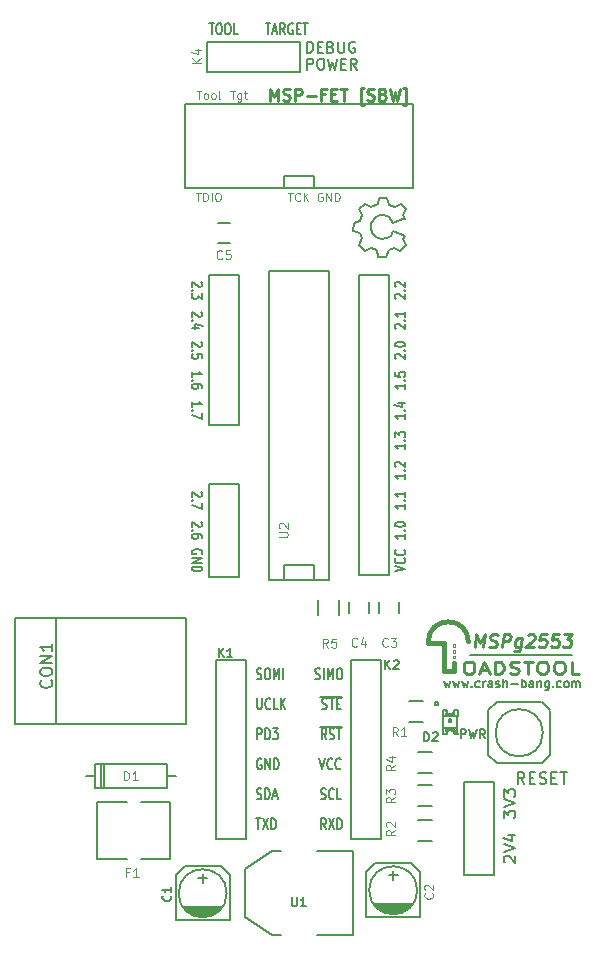
<source format=gto>
G04 #@! TF.FileFunction,Legend,Top*
%FSLAX46Y46*%
G04 Gerber Fmt 4.6, Leading zero omitted, Abs format (unit mm)*
G04 Created by KiCad (PCBNEW (2015-04-22 BZR 5620)-product) date 26/04/2015 14:37:40*
%MOMM*%
G01*
G04 APERTURE LIST*
%ADD10C,0.100000*%
%ADD11C,0.175000*%
%ADD12C,0.125000*%
%ADD13C,0.225000*%
%ADD14C,0.200000*%
%ADD15C,0.127000*%
%ADD16C,0.250000*%
%ADD17C,0.400000*%
%ADD18C,0.150000*%
%ADD19C,0.190500*%
%ADD20C,0.125600*%
%ADD21C,0.203200*%
G04 APERTURE END LIST*
D10*
D11*
X209002286Y-50997643D02*
X209002286Y-50097643D01*
X209216571Y-50097643D01*
X209345143Y-50140500D01*
X209430857Y-50226214D01*
X209473714Y-50311929D01*
X209516571Y-50483357D01*
X209516571Y-50611929D01*
X209473714Y-50783357D01*
X209430857Y-50869071D01*
X209345143Y-50954786D01*
X209216571Y-50997643D01*
X209002286Y-50997643D01*
X209902286Y-50526214D02*
X210202286Y-50526214D01*
X210330857Y-50997643D02*
X209902286Y-50997643D01*
X209902286Y-50097643D01*
X210330857Y-50097643D01*
X211016572Y-50526214D02*
X211145143Y-50569071D01*
X211188000Y-50611929D01*
X211230857Y-50697643D01*
X211230857Y-50826214D01*
X211188000Y-50911929D01*
X211145143Y-50954786D01*
X211059429Y-50997643D01*
X210716572Y-50997643D01*
X210716572Y-50097643D01*
X211016572Y-50097643D01*
X211102286Y-50140500D01*
X211145143Y-50183357D01*
X211188000Y-50269071D01*
X211188000Y-50354786D01*
X211145143Y-50440500D01*
X211102286Y-50483357D01*
X211016572Y-50526214D01*
X210716572Y-50526214D01*
X211616572Y-50097643D02*
X211616572Y-50826214D01*
X211659429Y-50911929D01*
X211702286Y-50954786D01*
X211788000Y-50997643D01*
X211959429Y-50997643D01*
X212045143Y-50954786D01*
X212088000Y-50911929D01*
X212130857Y-50826214D01*
X212130857Y-50097643D01*
X213030857Y-50140500D02*
X212945143Y-50097643D01*
X212816572Y-50097643D01*
X212688000Y-50140500D01*
X212602286Y-50226214D01*
X212559429Y-50311929D01*
X212516572Y-50483357D01*
X212516572Y-50611929D01*
X212559429Y-50783357D01*
X212602286Y-50869071D01*
X212688000Y-50954786D01*
X212816572Y-50997643D01*
X212902286Y-50997643D01*
X213030857Y-50954786D01*
X213073714Y-50911929D01*
X213073714Y-50611929D01*
X212902286Y-50611929D01*
X209002286Y-52432643D02*
X209002286Y-51532643D01*
X209345143Y-51532643D01*
X209430857Y-51575500D01*
X209473714Y-51618357D01*
X209516571Y-51704071D01*
X209516571Y-51832643D01*
X209473714Y-51918357D01*
X209430857Y-51961214D01*
X209345143Y-52004071D01*
X209002286Y-52004071D01*
X210073714Y-51532643D02*
X210245143Y-51532643D01*
X210330857Y-51575500D01*
X210416571Y-51661214D01*
X210459429Y-51832643D01*
X210459429Y-52132643D01*
X210416571Y-52304071D01*
X210330857Y-52389786D01*
X210245143Y-52432643D01*
X210073714Y-52432643D01*
X209988000Y-52389786D01*
X209902286Y-52304071D01*
X209859429Y-52132643D01*
X209859429Y-51832643D01*
X209902286Y-51661214D01*
X209988000Y-51575500D01*
X210073714Y-51532643D01*
X210759428Y-51532643D02*
X210973714Y-52432643D01*
X211145143Y-51789786D01*
X211316571Y-52432643D01*
X211530857Y-51532643D01*
X211873714Y-51961214D02*
X212173714Y-51961214D01*
X212302285Y-52432643D02*
X211873714Y-52432643D01*
X211873714Y-51532643D01*
X212302285Y-51532643D01*
X213202285Y-52432643D02*
X212902285Y-52004071D01*
X212688000Y-52432643D02*
X212688000Y-51532643D01*
X213030857Y-51532643D01*
X213116571Y-51575500D01*
X213159428Y-51618357D01*
X213202285Y-51704071D01*
X213202285Y-51832643D01*
X213159428Y-51918357D01*
X213116571Y-51961214D01*
X213030857Y-52004071D01*
X212688000Y-52004071D01*
X200713334Y-48529143D02*
X201113334Y-48529143D01*
X200913334Y-49429143D02*
X200913334Y-48529143D01*
X201480000Y-48529143D02*
X201613333Y-48529143D01*
X201680000Y-48572000D01*
X201746667Y-48657714D01*
X201780000Y-48829143D01*
X201780000Y-49129143D01*
X201746667Y-49300571D01*
X201680000Y-49386286D01*
X201613333Y-49429143D01*
X201480000Y-49429143D01*
X201413333Y-49386286D01*
X201346667Y-49300571D01*
X201313333Y-49129143D01*
X201313333Y-48829143D01*
X201346667Y-48657714D01*
X201413333Y-48572000D01*
X201480000Y-48529143D01*
X202213333Y-48529143D02*
X202346666Y-48529143D01*
X202413333Y-48572000D01*
X202480000Y-48657714D01*
X202513333Y-48829143D01*
X202513333Y-49129143D01*
X202480000Y-49300571D01*
X202413333Y-49386286D01*
X202346666Y-49429143D01*
X202213333Y-49429143D01*
X202146666Y-49386286D01*
X202080000Y-49300571D01*
X202046666Y-49129143D01*
X202046666Y-48829143D01*
X202080000Y-48657714D01*
X202146666Y-48572000D01*
X202213333Y-48529143D01*
X203146666Y-49429143D02*
X202813333Y-49429143D01*
X202813333Y-48529143D01*
X205480668Y-48529143D02*
X205880668Y-48529143D01*
X205680668Y-49429143D02*
X205680668Y-48529143D01*
X206080667Y-49172000D02*
X206414001Y-49172000D01*
X206014001Y-49429143D02*
X206247334Y-48529143D01*
X206480667Y-49429143D01*
X207114001Y-49429143D02*
X206880667Y-49000571D01*
X206714001Y-49429143D02*
X206714001Y-48529143D01*
X206980667Y-48529143D01*
X207047334Y-48572000D01*
X207080667Y-48614857D01*
X207114001Y-48700571D01*
X207114001Y-48829143D01*
X207080667Y-48914857D01*
X207047334Y-48957714D01*
X206980667Y-49000571D01*
X206714001Y-49000571D01*
X207780667Y-48572000D02*
X207714001Y-48529143D01*
X207614001Y-48529143D01*
X207514001Y-48572000D01*
X207447334Y-48657714D01*
X207414001Y-48743429D01*
X207380667Y-48914857D01*
X207380667Y-49043429D01*
X207414001Y-49214857D01*
X207447334Y-49300571D01*
X207514001Y-49386286D01*
X207614001Y-49429143D01*
X207680667Y-49429143D01*
X207780667Y-49386286D01*
X207814001Y-49343429D01*
X207814001Y-49043429D01*
X207680667Y-49043429D01*
X208114001Y-48957714D02*
X208347334Y-48957714D01*
X208447334Y-49429143D02*
X208114001Y-49429143D01*
X208114001Y-48529143D01*
X208447334Y-48529143D01*
X208647334Y-48529143D02*
X209047334Y-48529143D01*
X208847334Y-49429143D02*
X208847334Y-48529143D01*
D12*
X202483334Y-54226667D02*
X202883334Y-54226667D01*
X202683334Y-54926667D02*
X202683334Y-54226667D01*
X203416667Y-54460000D02*
X203416667Y-55026667D01*
X203383333Y-55093333D01*
X203350000Y-55126667D01*
X203283333Y-55160000D01*
X203183333Y-55160000D01*
X203116667Y-55126667D01*
X203416667Y-54893333D02*
X203350000Y-54926667D01*
X203216667Y-54926667D01*
X203150000Y-54893333D01*
X203116667Y-54860000D01*
X203083333Y-54793333D01*
X203083333Y-54593333D01*
X203116667Y-54526667D01*
X203150000Y-54493333D01*
X203216667Y-54460000D01*
X203350000Y-54460000D01*
X203416667Y-54493333D01*
X203650000Y-54460000D02*
X203916666Y-54460000D01*
X203750000Y-54226667D02*
X203750000Y-54826667D01*
X203783333Y-54893333D01*
X203850000Y-54926667D01*
X203916666Y-54926667D01*
X210286667Y-62896000D02*
X210220001Y-62862667D01*
X210120001Y-62862667D01*
X210020001Y-62896000D01*
X209953334Y-62962667D01*
X209920001Y-63029333D01*
X209886667Y-63162667D01*
X209886667Y-63262667D01*
X209920001Y-63396000D01*
X209953334Y-63462667D01*
X210020001Y-63529333D01*
X210120001Y-63562667D01*
X210186667Y-63562667D01*
X210286667Y-63529333D01*
X210320001Y-63496000D01*
X210320001Y-63262667D01*
X210186667Y-63262667D01*
X210620001Y-63562667D02*
X210620001Y-62862667D01*
X211020001Y-63562667D01*
X211020001Y-62862667D01*
X211353334Y-63562667D02*
X211353334Y-62862667D01*
X211520000Y-62862667D01*
X211620000Y-62896000D01*
X211686667Y-62962667D01*
X211720000Y-63029333D01*
X211753334Y-63162667D01*
X211753334Y-63262667D01*
X211720000Y-63396000D01*
X211686667Y-63462667D01*
X211620000Y-63529333D01*
X211520000Y-63562667D01*
X211353334Y-63562667D01*
X207380001Y-62862667D02*
X207780001Y-62862667D01*
X207580001Y-63562667D02*
X207580001Y-62862667D01*
X208413334Y-63496000D02*
X208380000Y-63529333D01*
X208280000Y-63562667D01*
X208213334Y-63562667D01*
X208113334Y-63529333D01*
X208046667Y-63462667D01*
X208013334Y-63396000D01*
X207980000Y-63262667D01*
X207980000Y-63162667D01*
X208013334Y-63029333D01*
X208046667Y-62962667D01*
X208113334Y-62896000D01*
X208213334Y-62862667D01*
X208280000Y-62862667D01*
X208380000Y-62896000D01*
X208413334Y-62929333D01*
X208713334Y-63562667D02*
X208713334Y-62862667D01*
X209113334Y-63562667D02*
X208813334Y-63162667D01*
X209113334Y-62862667D02*
X208713334Y-63262667D01*
X199576668Y-62862667D02*
X199976668Y-62862667D01*
X199776668Y-63562667D02*
X199776668Y-62862667D01*
X200210001Y-63562667D02*
X200210001Y-62862667D01*
X200376667Y-62862667D01*
X200476667Y-62896000D01*
X200543334Y-62962667D01*
X200576667Y-63029333D01*
X200610001Y-63162667D01*
X200610001Y-63262667D01*
X200576667Y-63396000D01*
X200543334Y-63462667D01*
X200476667Y-63529333D01*
X200376667Y-63562667D01*
X200210001Y-63562667D01*
X200910001Y-63562667D02*
X200910001Y-62862667D01*
X201376667Y-62862667D02*
X201510000Y-62862667D01*
X201576667Y-62896000D01*
X201643334Y-62962667D01*
X201676667Y-63096000D01*
X201676667Y-63329333D01*
X201643334Y-63462667D01*
X201576667Y-63529333D01*
X201510000Y-63562667D01*
X201376667Y-63562667D01*
X201310000Y-63529333D01*
X201243334Y-63462667D01*
X201210000Y-63329333D01*
X201210000Y-63096000D01*
X201243334Y-62962667D01*
X201310000Y-62896000D01*
X201376667Y-62862667D01*
X199643334Y-54226667D02*
X200043334Y-54226667D01*
X199843334Y-54926667D02*
X199843334Y-54226667D01*
X200376667Y-54926667D02*
X200310000Y-54893333D01*
X200276667Y-54860000D01*
X200243333Y-54793333D01*
X200243333Y-54593333D01*
X200276667Y-54526667D01*
X200310000Y-54493333D01*
X200376667Y-54460000D01*
X200476667Y-54460000D01*
X200543333Y-54493333D01*
X200576667Y-54526667D01*
X200610000Y-54593333D01*
X200610000Y-54793333D01*
X200576667Y-54860000D01*
X200543333Y-54893333D01*
X200476667Y-54926667D01*
X200376667Y-54926667D01*
X201010000Y-54926667D02*
X200943333Y-54893333D01*
X200910000Y-54860000D01*
X200876666Y-54793333D01*
X200876666Y-54593333D01*
X200910000Y-54526667D01*
X200943333Y-54493333D01*
X201010000Y-54460000D01*
X201110000Y-54460000D01*
X201176666Y-54493333D01*
X201210000Y-54526667D01*
X201243333Y-54593333D01*
X201243333Y-54793333D01*
X201210000Y-54860000D01*
X201176666Y-54893333D01*
X201110000Y-54926667D01*
X201010000Y-54926667D01*
X201643333Y-54926667D02*
X201576666Y-54893333D01*
X201543333Y-54826667D01*
X201543333Y-54226667D01*
D13*
X205868475Y-55062381D02*
X205868475Y-54062381D01*
X206201809Y-54776667D01*
X206535142Y-54062381D01*
X206535142Y-55062381D01*
X206963713Y-55014762D02*
X207106570Y-55062381D01*
X207344666Y-55062381D01*
X207439904Y-55014762D01*
X207487523Y-54967143D01*
X207535142Y-54871905D01*
X207535142Y-54776667D01*
X207487523Y-54681429D01*
X207439904Y-54633810D01*
X207344666Y-54586190D01*
X207154189Y-54538571D01*
X207058951Y-54490952D01*
X207011332Y-54443333D01*
X206963713Y-54348095D01*
X206963713Y-54252857D01*
X207011332Y-54157619D01*
X207058951Y-54110000D01*
X207154189Y-54062381D01*
X207392285Y-54062381D01*
X207535142Y-54110000D01*
X207963713Y-55062381D02*
X207963713Y-54062381D01*
X208344666Y-54062381D01*
X208439904Y-54110000D01*
X208487523Y-54157619D01*
X208535142Y-54252857D01*
X208535142Y-54395714D01*
X208487523Y-54490952D01*
X208439904Y-54538571D01*
X208344666Y-54586190D01*
X207963713Y-54586190D01*
X208963713Y-54681429D02*
X209725618Y-54681429D01*
X210535142Y-54538571D02*
X210201808Y-54538571D01*
X210201808Y-55062381D02*
X210201808Y-54062381D01*
X210677999Y-54062381D01*
X211058951Y-54538571D02*
X211392285Y-54538571D01*
X211535142Y-55062381D02*
X211058951Y-55062381D01*
X211058951Y-54062381D01*
X211535142Y-54062381D01*
X211820856Y-54062381D02*
X212392285Y-54062381D01*
X212106570Y-55062381D02*
X212106570Y-54062381D01*
X213773238Y-55395714D02*
X213535142Y-55395714D01*
X213535142Y-53967143D01*
X213773238Y-53967143D01*
X214106571Y-55014762D02*
X214249428Y-55062381D01*
X214487524Y-55062381D01*
X214582762Y-55014762D01*
X214630381Y-54967143D01*
X214678000Y-54871905D01*
X214678000Y-54776667D01*
X214630381Y-54681429D01*
X214582762Y-54633810D01*
X214487524Y-54586190D01*
X214297047Y-54538571D01*
X214201809Y-54490952D01*
X214154190Y-54443333D01*
X214106571Y-54348095D01*
X214106571Y-54252857D01*
X214154190Y-54157619D01*
X214201809Y-54110000D01*
X214297047Y-54062381D01*
X214535143Y-54062381D01*
X214678000Y-54110000D01*
X215439905Y-54538571D02*
X215582762Y-54586190D01*
X215630381Y-54633810D01*
X215678000Y-54729048D01*
X215678000Y-54871905D01*
X215630381Y-54967143D01*
X215582762Y-55014762D01*
X215487524Y-55062381D01*
X215106571Y-55062381D01*
X215106571Y-54062381D01*
X215439905Y-54062381D01*
X215535143Y-54110000D01*
X215582762Y-54157619D01*
X215630381Y-54252857D01*
X215630381Y-54348095D01*
X215582762Y-54443333D01*
X215535143Y-54490952D01*
X215439905Y-54538571D01*
X215106571Y-54538571D01*
X216011333Y-54062381D02*
X216249428Y-55062381D01*
X216439905Y-54348095D01*
X216630381Y-55062381D01*
X216868476Y-54062381D01*
X217154190Y-55395714D02*
X217392285Y-55395714D01*
X217392285Y-53967143D01*
X217154190Y-53967143D01*
D11*
X216508857Y-71820000D02*
X216466000Y-71786666D01*
X216423143Y-71720000D01*
X216423143Y-71553333D01*
X216466000Y-71486666D01*
X216508857Y-71453333D01*
X216594571Y-71420000D01*
X216680286Y-71420000D01*
X216808857Y-71453333D01*
X217323143Y-71853333D01*
X217323143Y-71420000D01*
X217237429Y-71119999D02*
X217280286Y-71086666D01*
X217323143Y-71119999D01*
X217280286Y-71153333D01*
X217237429Y-71119999D01*
X217323143Y-71119999D01*
X216508857Y-70820000D02*
X216466000Y-70786666D01*
X216423143Y-70720000D01*
X216423143Y-70553333D01*
X216466000Y-70486666D01*
X216508857Y-70453333D01*
X216594571Y-70420000D01*
X216680286Y-70420000D01*
X216808857Y-70453333D01*
X217323143Y-70853333D01*
X217323143Y-70420000D01*
X216508857Y-74360000D02*
X216466000Y-74326666D01*
X216423143Y-74260000D01*
X216423143Y-74093333D01*
X216466000Y-74026666D01*
X216508857Y-73993333D01*
X216594571Y-73960000D01*
X216680286Y-73960000D01*
X216808857Y-73993333D01*
X217323143Y-74393333D01*
X217323143Y-73960000D01*
X217237429Y-73659999D02*
X217280286Y-73626666D01*
X217323143Y-73659999D01*
X217280286Y-73693333D01*
X217237429Y-73659999D01*
X217323143Y-73659999D01*
X217323143Y-72960000D02*
X217323143Y-73360000D01*
X217323143Y-73160000D02*
X216423143Y-73160000D01*
X216551714Y-73226666D01*
X216637429Y-73293333D01*
X216680286Y-73360000D01*
X216423143Y-94913333D02*
X217323143Y-94680000D01*
X216423143Y-94446667D01*
X217237429Y-93813333D02*
X217280286Y-93846667D01*
X217323143Y-93946667D01*
X217323143Y-94013333D01*
X217280286Y-94113333D01*
X217194571Y-94180000D01*
X217108857Y-94213333D01*
X216937429Y-94246667D01*
X216808857Y-94246667D01*
X216637429Y-94213333D01*
X216551714Y-94180000D01*
X216466000Y-94113333D01*
X216423143Y-94013333D01*
X216423143Y-93946667D01*
X216466000Y-93846667D01*
X216508857Y-93813333D01*
X217237429Y-93113333D02*
X217280286Y-93146667D01*
X217323143Y-93246667D01*
X217323143Y-93313333D01*
X217280286Y-93413333D01*
X217194571Y-93480000D01*
X217108857Y-93513333D01*
X216937429Y-93546667D01*
X216808857Y-93546667D01*
X216637429Y-93513333D01*
X216551714Y-93480000D01*
X216466000Y-93413333D01*
X216423143Y-93313333D01*
X216423143Y-93246667D01*
X216466000Y-93146667D01*
X216508857Y-93113333D01*
X204730333Y-103996286D02*
X204830333Y-104039143D01*
X204997000Y-104039143D01*
X205063667Y-103996286D01*
X205097000Y-103953429D01*
X205130333Y-103867714D01*
X205130333Y-103782000D01*
X205097000Y-103696286D01*
X205063667Y-103653429D01*
X204997000Y-103610571D01*
X204863667Y-103567714D01*
X204797000Y-103524857D01*
X204763667Y-103482000D01*
X204730333Y-103396286D01*
X204730333Y-103310571D01*
X204763667Y-103224857D01*
X204797000Y-103182000D01*
X204863667Y-103139143D01*
X205030333Y-103139143D01*
X205130333Y-103182000D01*
X205563667Y-103139143D02*
X205697000Y-103139143D01*
X205763667Y-103182000D01*
X205830334Y-103267714D01*
X205863667Y-103439143D01*
X205863667Y-103739143D01*
X205830334Y-103910571D01*
X205763667Y-103996286D01*
X205697000Y-104039143D01*
X205563667Y-104039143D01*
X205497000Y-103996286D01*
X205430334Y-103910571D01*
X205397000Y-103739143D01*
X205397000Y-103439143D01*
X205430334Y-103267714D01*
X205497000Y-103182000D01*
X205563667Y-103139143D01*
X206163667Y-104039143D02*
X206163667Y-103139143D01*
X206397000Y-103782000D01*
X206630333Y-103139143D01*
X206630333Y-104039143D01*
X206963667Y-104039143D02*
X206963667Y-103139143D01*
X204763667Y-105679143D02*
X204763667Y-106407714D01*
X204797000Y-106493429D01*
X204830333Y-106536286D01*
X204897000Y-106579143D01*
X205030333Y-106579143D01*
X205097000Y-106536286D01*
X205130333Y-106493429D01*
X205163667Y-106407714D01*
X205163667Y-105679143D01*
X205897000Y-106493429D02*
X205863666Y-106536286D01*
X205763666Y-106579143D01*
X205697000Y-106579143D01*
X205597000Y-106536286D01*
X205530333Y-106450571D01*
X205497000Y-106364857D01*
X205463666Y-106193429D01*
X205463666Y-106064857D01*
X205497000Y-105893429D01*
X205530333Y-105807714D01*
X205597000Y-105722000D01*
X205697000Y-105679143D01*
X205763666Y-105679143D01*
X205863666Y-105722000D01*
X205897000Y-105764857D01*
X206530333Y-106579143D02*
X206197000Y-106579143D01*
X206197000Y-105679143D01*
X206763667Y-106579143D02*
X206763667Y-105679143D01*
X207163667Y-106579143D02*
X206863667Y-106064857D01*
X207163667Y-105679143D02*
X206763667Y-106193429D01*
X204763667Y-109119143D02*
X204763667Y-108219143D01*
X205030333Y-108219143D01*
X205097000Y-108262000D01*
X205130333Y-108304857D01*
X205163667Y-108390571D01*
X205163667Y-108519143D01*
X205130333Y-108604857D01*
X205097000Y-108647714D01*
X205030333Y-108690571D01*
X204763667Y-108690571D01*
X205463667Y-109119143D02*
X205463667Y-108219143D01*
X205630333Y-108219143D01*
X205730333Y-108262000D01*
X205797000Y-108347714D01*
X205830333Y-108433429D01*
X205863667Y-108604857D01*
X205863667Y-108733429D01*
X205830333Y-108904857D01*
X205797000Y-108990571D01*
X205730333Y-109076286D01*
X205630333Y-109119143D01*
X205463667Y-109119143D01*
X206097000Y-108219143D02*
X206530333Y-108219143D01*
X206297000Y-108562000D01*
X206397000Y-108562000D01*
X206463667Y-108604857D01*
X206497000Y-108647714D01*
X206530333Y-108733429D01*
X206530333Y-108947714D01*
X206497000Y-109033429D01*
X206463667Y-109076286D01*
X206397000Y-109119143D01*
X206197000Y-109119143D01*
X206130333Y-109076286D01*
X206097000Y-109033429D01*
X204730333Y-114156286D02*
X204830333Y-114199143D01*
X204997000Y-114199143D01*
X205063667Y-114156286D01*
X205097000Y-114113429D01*
X205130333Y-114027714D01*
X205130333Y-113942000D01*
X205097000Y-113856286D01*
X205063667Y-113813429D01*
X204997000Y-113770571D01*
X204863667Y-113727714D01*
X204797000Y-113684857D01*
X204763667Y-113642000D01*
X204730333Y-113556286D01*
X204730333Y-113470571D01*
X204763667Y-113384857D01*
X204797000Y-113342000D01*
X204863667Y-113299143D01*
X205030333Y-113299143D01*
X205130333Y-113342000D01*
X205430334Y-114199143D02*
X205430334Y-113299143D01*
X205597000Y-113299143D01*
X205697000Y-113342000D01*
X205763667Y-113427714D01*
X205797000Y-113513429D01*
X205830334Y-113684857D01*
X205830334Y-113813429D01*
X205797000Y-113984857D01*
X205763667Y-114070571D01*
X205697000Y-114156286D01*
X205597000Y-114199143D01*
X205430334Y-114199143D01*
X206097000Y-113942000D02*
X206430334Y-113942000D01*
X206030334Y-114199143D02*
X206263667Y-113299143D01*
X206497000Y-114199143D01*
X204663667Y-115839143D02*
X205063667Y-115839143D01*
X204863667Y-116739143D02*
X204863667Y-115839143D01*
X205230333Y-115839143D02*
X205697000Y-116739143D01*
X205697000Y-115839143D02*
X205230333Y-116739143D01*
X205963667Y-116739143D02*
X205963667Y-115839143D01*
X206130333Y-115839143D01*
X206230333Y-115882000D01*
X206297000Y-115967714D01*
X206330333Y-116053429D01*
X206363667Y-116224857D01*
X206363667Y-116353429D01*
X206330333Y-116524857D01*
X206297000Y-116610571D01*
X206230333Y-116696286D01*
X206130333Y-116739143D01*
X205963667Y-116739143D01*
X210590000Y-116739143D02*
X210356666Y-116310571D01*
X210190000Y-116739143D02*
X210190000Y-115839143D01*
X210456666Y-115839143D01*
X210523333Y-115882000D01*
X210556666Y-115924857D01*
X210590000Y-116010571D01*
X210590000Y-116139143D01*
X210556666Y-116224857D01*
X210523333Y-116267714D01*
X210456666Y-116310571D01*
X210190000Y-116310571D01*
X210823333Y-115839143D02*
X211290000Y-116739143D01*
X211290000Y-115839143D02*
X210823333Y-116739143D01*
X211556667Y-116739143D02*
X211556667Y-115839143D01*
X211723333Y-115839143D01*
X211823333Y-115882000D01*
X211890000Y-115967714D01*
X211923333Y-116053429D01*
X211956667Y-116224857D01*
X211956667Y-116353429D01*
X211923333Y-116524857D01*
X211890000Y-116610571D01*
X211823333Y-116696286D01*
X211723333Y-116739143D01*
X211556667Y-116739143D01*
X210162999Y-114156286D02*
X210262999Y-114199143D01*
X210429666Y-114199143D01*
X210496333Y-114156286D01*
X210529666Y-114113429D01*
X210562999Y-114027714D01*
X210562999Y-113942000D01*
X210529666Y-113856286D01*
X210496333Y-113813429D01*
X210429666Y-113770571D01*
X210296333Y-113727714D01*
X210229666Y-113684857D01*
X210196333Y-113642000D01*
X210162999Y-113556286D01*
X210162999Y-113470571D01*
X210196333Y-113384857D01*
X210229666Y-113342000D01*
X210296333Y-113299143D01*
X210462999Y-113299143D01*
X210562999Y-113342000D01*
X211263000Y-114113429D02*
X211229666Y-114156286D01*
X211129666Y-114199143D01*
X211063000Y-114199143D01*
X210963000Y-114156286D01*
X210896333Y-114070571D01*
X210863000Y-113984857D01*
X210829666Y-113813429D01*
X210829666Y-113684857D01*
X210863000Y-113513429D01*
X210896333Y-113427714D01*
X210963000Y-113342000D01*
X211063000Y-113299143D01*
X211129666Y-113299143D01*
X211229666Y-113342000D01*
X211263000Y-113384857D01*
X211896333Y-114199143D02*
X211563000Y-114199143D01*
X211563000Y-113299143D01*
X209690000Y-103996286D02*
X209790000Y-104039143D01*
X209956667Y-104039143D01*
X210023334Y-103996286D01*
X210056667Y-103953429D01*
X210090000Y-103867714D01*
X210090000Y-103782000D01*
X210056667Y-103696286D01*
X210023334Y-103653429D01*
X209956667Y-103610571D01*
X209823334Y-103567714D01*
X209756667Y-103524857D01*
X209723334Y-103482000D01*
X209690000Y-103396286D01*
X209690000Y-103310571D01*
X209723334Y-103224857D01*
X209756667Y-103182000D01*
X209823334Y-103139143D01*
X209990000Y-103139143D01*
X210090000Y-103182000D01*
X210390001Y-104039143D02*
X210390001Y-103139143D01*
X210723334Y-104039143D02*
X210723334Y-103139143D01*
X210956667Y-103782000D01*
X211190000Y-103139143D01*
X211190000Y-104039143D01*
X211656667Y-103139143D02*
X211790000Y-103139143D01*
X211856667Y-103182000D01*
X211923334Y-103267714D01*
X211956667Y-103439143D01*
X211956667Y-103739143D01*
X211923334Y-103910571D01*
X211856667Y-103996286D01*
X211790000Y-104039143D01*
X211656667Y-104039143D01*
X211590000Y-103996286D01*
X211523334Y-103910571D01*
X211490000Y-103739143D01*
X211490000Y-103439143D01*
X211523334Y-103267714D01*
X211590000Y-103182000D01*
X211656667Y-103139143D01*
X210263000Y-106536286D02*
X210363000Y-106579143D01*
X210529667Y-106579143D01*
X210596334Y-106536286D01*
X210629667Y-106493429D01*
X210663000Y-106407714D01*
X210663000Y-106322000D01*
X210629667Y-106236286D01*
X210596334Y-106193429D01*
X210529667Y-106150571D01*
X210396334Y-106107714D01*
X210329667Y-106064857D01*
X210296334Y-106022000D01*
X210263000Y-105936286D01*
X210263000Y-105850571D01*
X210296334Y-105764857D01*
X210329667Y-105722000D01*
X210396334Y-105679143D01*
X210563000Y-105679143D01*
X210663000Y-105722000D01*
X210863001Y-105679143D02*
X211263001Y-105679143D01*
X211063001Y-106579143D02*
X211063001Y-105679143D01*
X211496334Y-106107714D02*
X211729667Y-106107714D01*
X211829667Y-106579143D02*
X211496334Y-106579143D01*
X211496334Y-105679143D01*
X211829667Y-105679143D01*
X210129667Y-105524000D02*
X211963000Y-105524000D01*
X210629667Y-109119143D02*
X210396333Y-108690571D01*
X210229667Y-109119143D02*
X210229667Y-108219143D01*
X210496333Y-108219143D01*
X210563000Y-108262000D01*
X210596333Y-108304857D01*
X210629667Y-108390571D01*
X210629667Y-108519143D01*
X210596333Y-108604857D01*
X210563000Y-108647714D01*
X210496333Y-108690571D01*
X210229667Y-108690571D01*
X210896333Y-109076286D02*
X210996333Y-109119143D01*
X211163000Y-109119143D01*
X211229667Y-109076286D01*
X211263000Y-109033429D01*
X211296333Y-108947714D01*
X211296333Y-108862000D01*
X211263000Y-108776286D01*
X211229667Y-108733429D01*
X211163000Y-108690571D01*
X211029667Y-108647714D01*
X210963000Y-108604857D01*
X210929667Y-108562000D01*
X210896333Y-108476286D01*
X210896333Y-108390571D01*
X210929667Y-108304857D01*
X210963000Y-108262000D01*
X211029667Y-108219143D01*
X211196333Y-108219143D01*
X211296333Y-108262000D01*
X211496334Y-108219143D02*
X211896334Y-108219143D01*
X211696334Y-109119143D02*
X211696334Y-108219143D01*
X210063000Y-108064000D02*
X211963000Y-108064000D01*
X210029667Y-110759143D02*
X210263000Y-111659143D01*
X210496333Y-110759143D01*
X211129667Y-111573429D02*
X211096333Y-111616286D01*
X210996333Y-111659143D01*
X210929667Y-111659143D01*
X210829667Y-111616286D01*
X210763000Y-111530571D01*
X210729667Y-111444857D01*
X210696333Y-111273429D01*
X210696333Y-111144857D01*
X210729667Y-110973429D01*
X210763000Y-110887714D01*
X210829667Y-110802000D01*
X210929667Y-110759143D01*
X210996333Y-110759143D01*
X211096333Y-110802000D01*
X211129667Y-110844857D01*
X211829667Y-111573429D02*
X211796333Y-111616286D01*
X211696333Y-111659143D01*
X211629667Y-111659143D01*
X211529667Y-111616286D01*
X211463000Y-111530571D01*
X211429667Y-111444857D01*
X211396333Y-111273429D01*
X211396333Y-111144857D01*
X211429667Y-110973429D01*
X211463000Y-110887714D01*
X211529667Y-110802000D01*
X211629667Y-110759143D01*
X211696333Y-110759143D01*
X211796333Y-110802000D01*
X211829667Y-110844857D01*
X205130333Y-110802000D02*
X205063667Y-110759143D01*
X204963667Y-110759143D01*
X204863667Y-110802000D01*
X204797000Y-110887714D01*
X204763667Y-110973429D01*
X204730333Y-111144857D01*
X204730333Y-111273429D01*
X204763667Y-111444857D01*
X204797000Y-111530571D01*
X204863667Y-111616286D01*
X204963667Y-111659143D01*
X205030333Y-111659143D01*
X205130333Y-111616286D01*
X205163667Y-111573429D01*
X205163667Y-111273429D01*
X205030333Y-111273429D01*
X205463667Y-111659143D02*
X205463667Y-110759143D01*
X205863667Y-111659143D01*
X205863667Y-110759143D01*
X206197000Y-111659143D02*
X206197000Y-110759143D01*
X206363666Y-110759143D01*
X206463666Y-110802000D01*
X206530333Y-110887714D01*
X206563666Y-110973429D01*
X206597000Y-111144857D01*
X206597000Y-111273429D01*
X206563666Y-111444857D01*
X206530333Y-111530571D01*
X206463666Y-111616286D01*
X206363666Y-111659143D01*
X206197000Y-111659143D01*
D14*
X222758000Y-101981000D02*
X231394000Y-101981000D01*
D11*
X200094000Y-93446667D02*
X200136857Y-93380001D01*
X200136857Y-93280001D01*
X200094000Y-93180001D01*
X200008286Y-93113334D01*
X199922571Y-93080001D01*
X199751143Y-93046667D01*
X199622571Y-93046667D01*
X199451143Y-93080001D01*
X199365429Y-93113334D01*
X199279714Y-93180001D01*
X199236857Y-93280001D01*
X199236857Y-93346667D01*
X199279714Y-93446667D01*
X199322571Y-93480001D01*
X199622571Y-93480001D01*
X199622571Y-93346667D01*
X199236857Y-93780001D02*
X200136857Y-93780001D01*
X199236857Y-94180001D01*
X200136857Y-94180001D01*
X199236857Y-94513334D02*
X200136857Y-94513334D01*
X200136857Y-94680000D01*
X200094000Y-94780000D01*
X200008286Y-94846667D01*
X199922571Y-94880000D01*
X199751143Y-94913334D01*
X199622571Y-94913334D01*
X199451143Y-94880000D01*
X199365429Y-94846667D01*
X199279714Y-94780000D01*
X199236857Y-94680000D01*
X199236857Y-94513334D01*
X200051143Y-90740000D02*
X200094000Y-90773334D01*
X200136857Y-90840000D01*
X200136857Y-91006667D01*
X200094000Y-91073334D01*
X200051143Y-91106667D01*
X199965429Y-91140000D01*
X199879714Y-91140000D01*
X199751143Y-91106667D01*
X199236857Y-90706667D01*
X199236857Y-91140000D01*
X199322571Y-91440001D02*
X199279714Y-91473334D01*
X199236857Y-91440001D01*
X199279714Y-91406667D01*
X199322571Y-91440001D01*
X199236857Y-91440001D01*
X200136857Y-92073334D02*
X200136857Y-91940000D01*
X200094000Y-91873334D01*
X200051143Y-91840000D01*
X199922571Y-91773334D01*
X199751143Y-91740000D01*
X199408286Y-91740000D01*
X199322571Y-91773334D01*
X199279714Y-91806667D01*
X199236857Y-91873334D01*
X199236857Y-92006667D01*
X199279714Y-92073334D01*
X199322571Y-92106667D01*
X199408286Y-92140000D01*
X199622571Y-92140000D01*
X199708286Y-92106667D01*
X199751143Y-92073334D01*
X199794000Y-92006667D01*
X199794000Y-91873334D01*
X199751143Y-91806667D01*
X199708286Y-91773334D01*
X199622571Y-91740000D01*
X200051143Y-88200000D02*
X200094000Y-88233334D01*
X200136857Y-88300000D01*
X200136857Y-88466667D01*
X200094000Y-88533334D01*
X200051143Y-88566667D01*
X199965429Y-88600000D01*
X199879714Y-88600000D01*
X199751143Y-88566667D01*
X199236857Y-88166667D01*
X199236857Y-88600000D01*
X199322571Y-88900001D02*
X199279714Y-88933334D01*
X199236857Y-88900001D01*
X199279714Y-88866667D01*
X199322571Y-88900001D01*
X199236857Y-88900001D01*
X200136857Y-89166667D02*
X200136857Y-89633334D01*
X199236857Y-89333334D01*
X200051143Y-72960000D02*
X200094000Y-72993334D01*
X200136857Y-73060000D01*
X200136857Y-73226667D01*
X200094000Y-73293334D01*
X200051143Y-73326667D01*
X199965429Y-73360000D01*
X199879714Y-73360000D01*
X199751143Y-73326667D01*
X199236857Y-72926667D01*
X199236857Y-73360000D01*
X199322571Y-73660001D02*
X199279714Y-73693334D01*
X199236857Y-73660001D01*
X199279714Y-73626667D01*
X199322571Y-73660001D01*
X199236857Y-73660001D01*
X199836857Y-74293334D02*
X199236857Y-74293334D01*
X200179714Y-74126667D02*
X199536857Y-73960000D01*
X199536857Y-74393334D01*
X200051143Y-70420000D02*
X200094000Y-70453334D01*
X200136857Y-70520000D01*
X200136857Y-70686667D01*
X200094000Y-70753334D01*
X200051143Y-70786667D01*
X199965429Y-70820000D01*
X199879714Y-70820000D01*
X199751143Y-70786667D01*
X199236857Y-70386667D01*
X199236857Y-70820000D01*
X199322571Y-71120001D02*
X199279714Y-71153334D01*
X199236857Y-71120001D01*
X199279714Y-71086667D01*
X199322571Y-71120001D01*
X199236857Y-71120001D01*
X200136857Y-71386667D02*
X200136857Y-71820000D01*
X199794000Y-71586667D01*
X199794000Y-71686667D01*
X199751143Y-71753334D01*
X199708286Y-71786667D01*
X199622571Y-71820000D01*
X199408286Y-71820000D01*
X199322571Y-71786667D01*
X199279714Y-71753334D01*
X199236857Y-71686667D01*
X199236857Y-71486667D01*
X199279714Y-71420000D01*
X199322571Y-71386667D01*
X199236857Y-80980000D02*
X199236857Y-80580000D01*
X199236857Y-80780000D02*
X200136857Y-80780000D01*
X200008286Y-80713334D01*
X199922571Y-80646667D01*
X199879714Y-80580000D01*
X199322571Y-81280001D02*
X199279714Y-81313334D01*
X199236857Y-81280001D01*
X199279714Y-81246667D01*
X199322571Y-81280001D01*
X199236857Y-81280001D01*
X200136857Y-81546667D02*
X200136857Y-82013334D01*
X199236857Y-81713334D01*
X199236857Y-78440000D02*
X199236857Y-78040000D01*
X199236857Y-78240000D02*
X200136857Y-78240000D01*
X200008286Y-78173334D01*
X199922571Y-78106667D01*
X199879714Y-78040000D01*
X199322571Y-78740001D02*
X199279714Y-78773334D01*
X199236857Y-78740001D01*
X199279714Y-78706667D01*
X199322571Y-78740001D01*
X199236857Y-78740001D01*
X200136857Y-79373334D02*
X200136857Y-79240000D01*
X200094000Y-79173334D01*
X200051143Y-79140000D01*
X199922571Y-79073334D01*
X199751143Y-79040000D01*
X199408286Y-79040000D01*
X199322571Y-79073334D01*
X199279714Y-79106667D01*
X199236857Y-79173334D01*
X199236857Y-79306667D01*
X199279714Y-79373334D01*
X199322571Y-79406667D01*
X199408286Y-79440000D01*
X199622571Y-79440000D01*
X199708286Y-79406667D01*
X199751143Y-79373334D01*
X199794000Y-79306667D01*
X199794000Y-79173334D01*
X199751143Y-79106667D01*
X199708286Y-79073334D01*
X199622571Y-79040000D01*
X200051143Y-75500000D02*
X200094000Y-75533334D01*
X200136857Y-75600000D01*
X200136857Y-75766667D01*
X200094000Y-75833334D01*
X200051143Y-75866667D01*
X199965429Y-75900000D01*
X199879714Y-75900000D01*
X199751143Y-75866667D01*
X199236857Y-75466667D01*
X199236857Y-75900000D01*
X199322571Y-76200001D02*
X199279714Y-76233334D01*
X199236857Y-76200001D01*
X199279714Y-76166667D01*
X199322571Y-76200001D01*
X199236857Y-76200001D01*
X200136857Y-76866667D02*
X200136857Y-76533334D01*
X199708286Y-76500000D01*
X199751143Y-76533334D01*
X199794000Y-76600000D01*
X199794000Y-76766667D01*
X199751143Y-76833334D01*
X199708286Y-76866667D01*
X199622571Y-76900000D01*
X199408286Y-76900000D01*
X199322571Y-76866667D01*
X199279714Y-76833334D01*
X199236857Y-76766667D01*
X199236857Y-76600000D01*
X199279714Y-76533334D01*
X199322571Y-76500000D01*
X216508857Y-76900000D02*
X216466000Y-76866666D01*
X216423143Y-76800000D01*
X216423143Y-76633333D01*
X216466000Y-76566666D01*
X216508857Y-76533333D01*
X216594571Y-76500000D01*
X216680286Y-76500000D01*
X216808857Y-76533333D01*
X217323143Y-76933333D01*
X217323143Y-76500000D01*
X217237429Y-76199999D02*
X217280286Y-76166666D01*
X217323143Y-76199999D01*
X217280286Y-76233333D01*
X217237429Y-76199999D01*
X217323143Y-76199999D01*
X216423143Y-75733333D02*
X216423143Y-75666666D01*
X216466000Y-75600000D01*
X216508857Y-75566666D01*
X216594571Y-75533333D01*
X216766000Y-75500000D01*
X216980286Y-75500000D01*
X217151714Y-75533333D01*
X217237429Y-75566666D01*
X217280286Y-75600000D01*
X217323143Y-75666666D01*
X217323143Y-75733333D01*
X217280286Y-75800000D01*
X217237429Y-75833333D01*
X217151714Y-75866666D01*
X216980286Y-75900000D01*
X216766000Y-75900000D01*
X216594571Y-75866666D01*
X216508857Y-75833333D01*
X216466000Y-75800000D01*
X216423143Y-75733333D01*
X217323143Y-79040000D02*
X217323143Y-79440000D01*
X217323143Y-79240000D02*
X216423143Y-79240000D01*
X216551714Y-79306666D01*
X216637429Y-79373333D01*
X216680286Y-79440000D01*
X217237429Y-78739999D02*
X217280286Y-78706666D01*
X217323143Y-78739999D01*
X217280286Y-78773333D01*
X217237429Y-78739999D01*
X217323143Y-78739999D01*
X216423143Y-78073333D02*
X216423143Y-78406666D01*
X216851714Y-78440000D01*
X216808857Y-78406666D01*
X216766000Y-78340000D01*
X216766000Y-78173333D01*
X216808857Y-78106666D01*
X216851714Y-78073333D01*
X216937429Y-78040000D01*
X217151714Y-78040000D01*
X217237429Y-78073333D01*
X217280286Y-78106666D01*
X217323143Y-78173333D01*
X217323143Y-78340000D01*
X217280286Y-78406666D01*
X217237429Y-78440000D01*
X217323143Y-81580000D02*
X217323143Y-81980000D01*
X217323143Y-81780000D02*
X216423143Y-81780000D01*
X216551714Y-81846666D01*
X216637429Y-81913333D01*
X216680286Y-81980000D01*
X217237429Y-81279999D02*
X217280286Y-81246666D01*
X217323143Y-81279999D01*
X217280286Y-81313333D01*
X217237429Y-81279999D01*
X217323143Y-81279999D01*
X216723143Y-80646666D02*
X217323143Y-80646666D01*
X216380286Y-80813333D02*
X217023143Y-80980000D01*
X217023143Y-80546666D01*
X217323143Y-84120000D02*
X217323143Y-84520000D01*
X217323143Y-84320000D02*
X216423143Y-84320000D01*
X216551714Y-84386666D01*
X216637429Y-84453333D01*
X216680286Y-84520000D01*
X217237429Y-83819999D02*
X217280286Y-83786666D01*
X217323143Y-83819999D01*
X217280286Y-83853333D01*
X217237429Y-83819999D01*
X217323143Y-83819999D01*
X216423143Y-83553333D02*
X216423143Y-83120000D01*
X216766000Y-83353333D01*
X216766000Y-83253333D01*
X216808857Y-83186666D01*
X216851714Y-83153333D01*
X216937429Y-83120000D01*
X217151714Y-83120000D01*
X217237429Y-83153333D01*
X217280286Y-83186666D01*
X217323143Y-83253333D01*
X217323143Y-83453333D01*
X217280286Y-83520000D01*
X217237429Y-83553333D01*
X217323143Y-86660000D02*
X217323143Y-87060000D01*
X217323143Y-86860000D02*
X216423143Y-86860000D01*
X216551714Y-86926666D01*
X216637429Y-86993333D01*
X216680286Y-87060000D01*
X217237429Y-86359999D02*
X217280286Y-86326666D01*
X217323143Y-86359999D01*
X217280286Y-86393333D01*
X217237429Y-86359999D01*
X217323143Y-86359999D01*
X216508857Y-86060000D02*
X216466000Y-86026666D01*
X216423143Y-85960000D01*
X216423143Y-85793333D01*
X216466000Y-85726666D01*
X216508857Y-85693333D01*
X216594571Y-85660000D01*
X216680286Y-85660000D01*
X216808857Y-85693333D01*
X217323143Y-86093333D01*
X217323143Y-85660000D01*
X217323143Y-89200000D02*
X217323143Y-89600000D01*
X217323143Y-89400000D02*
X216423143Y-89400000D01*
X216551714Y-89466666D01*
X216637429Y-89533333D01*
X216680286Y-89600000D01*
X217237429Y-88899999D02*
X217280286Y-88866666D01*
X217323143Y-88899999D01*
X217280286Y-88933333D01*
X217237429Y-88899999D01*
X217323143Y-88899999D01*
X217323143Y-88200000D02*
X217323143Y-88600000D01*
X217323143Y-88400000D02*
X216423143Y-88400000D01*
X216551714Y-88466666D01*
X216637429Y-88533333D01*
X216680286Y-88600000D01*
X217323143Y-91740000D02*
X217323143Y-92140000D01*
X217323143Y-91940000D02*
X216423143Y-91940000D01*
X216551714Y-92006666D01*
X216637429Y-92073333D01*
X216680286Y-92140000D01*
X217237429Y-91439999D02*
X217280286Y-91406666D01*
X217323143Y-91439999D01*
X217280286Y-91473333D01*
X217237429Y-91439999D01*
X217323143Y-91439999D01*
X216423143Y-90973333D02*
X216423143Y-90906666D01*
X216466000Y-90840000D01*
X216508857Y-90806666D01*
X216594571Y-90773333D01*
X216766000Y-90740000D01*
X216980286Y-90740000D01*
X217151714Y-90773333D01*
X217237429Y-90806666D01*
X217280286Y-90840000D01*
X217323143Y-90906666D01*
X217323143Y-90973333D01*
X217280286Y-91040000D01*
X217237429Y-91073333D01*
X217151714Y-91106666D01*
X216980286Y-91140000D01*
X216766000Y-91140000D01*
X216594571Y-91106666D01*
X216508857Y-91073333D01*
X216466000Y-91040000D01*
X216423143Y-90973333D01*
D15*
X220576143Y-104237786D02*
X220715000Y-104723786D01*
X220853857Y-104376643D01*
X220992714Y-104723786D01*
X221131571Y-104237786D01*
X221339857Y-104237786D02*
X221478714Y-104723786D01*
X221617571Y-104376643D01*
X221756428Y-104723786D01*
X221895285Y-104237786D01*
X222103571Y-104237786D02*
X222242428Y-104723786D01*
X222381285Y-104376643D01*
X222520142Y-104723786D01*
X222658999Y-104237786D01*
X222936713Y-104654357D02*
X222971428Y-104689071D01*
X222936713Y-104723786D01*
X222901999Y-104689071D01*
X222936713Y-104654357D01*
X222936713Y-104723786D01*
X223596285Y-104689071D02*
X223526856Y-104723786D01*
X223387999Y-104723786D01*
X223318571Y-104689071D01*
X223283856Y-104654357D01*
X223249142Y-104584929D01*
X223249142Y-104376643D01*
X223283856Y-104307214D01*
X223318571Y-104272500D01*
X223387999Y-104237786D01*
X223526856Y-104237786D01*
X223596285Y-104272500D01*
X223908713Y-104723786D02*
X223908713Y-104237786D01*
X223908713Y-104376643D02*
X223943428Y-104307214D01*
X223978142Y-104272500D01*
X224047571Y-104237786D01*
X224116999Y-104237786D01*
X224672428Y-104723786D02*
X224672428Y-104341929D01*
X224637714Y-104272500D01*
X224568285Y-104237786D01*
X224429428Y-104237786D01*
X224359999Y-104272500D01*
X224672428Y-104689071D02*
X224602999Y-104723786D01*
X224429428Y-104723786D01*
X224359999Y-104689071D01*
X224325285Y-104619643D01*
X224325285Y-104550214D01*
X224359999Y-104480786D01*
X224429428Y-104446071D01*
X224602999Y-104446071D01*
X224672428Y-104411357D01*
X224984856Y-104689071D02*
X225054285Y-104723786D01*
X225193142Y-104723786D01*
X225262570Y-104689071D01*
X225297285Y-104619643D01*
X225297285Y-104584929D01*
X225262570Y-104515500D01*
X225193142Y-104480786D01*
X225088999Y-104480786D01*
X225019570Y-104446071D01*
X224984856Y-104376643D01*
X224984856Y-104341929D01*
X225019570Y-104272500D01*
X225088999Y-104237786D01*
X225193142Y-104237786D01*
X225262570Y-104272500D01*
X225609713Y-104723786D02*
X225609713Y-103994786D01*
X225922142Y-104723786D02*
X225922142Y-104341929D01*
X225887428Y-104272500D01*
X225817999Y-104237786D01*
X225713856Y-104237786D01*
X225644428Y-104272500D01*
X225609713Y-104307214D01*
X226269284Y-104446071D02*
X226824713Y-104446071D01*
X227171855Y-104723786D02*
X227171855Y-103994786D01*
X227171855Y-104272500D02*
X227241284Y-104237786D01*
X227380141Y-104237786D01*
X227449570Y-104272500D01*
X227484284Y-104307214D01*
X227518998Y-104376643D01*
X227518998Y-104584929D01*
X227484284Y-104654357D01*
X227449570Y-104689071D01*
X227380141Y-104723786D01*
X227241284Y-104723786D01*
X227171855Y-104689071D01*
X228143855Y-104723786D02*
X228143855Y-104341929D01*
X228109141Y-104272500D01*
X228039712Y-104237786D01*
X227900855Y-104237786D01*
X227831426Y-104272500D01*
X228143855Y-104689071D02*
X228074426Y-104723786D01*
X227900855Y-104723786D01*
X227831426Y-104689071D01*
X227796712Y-104619643D01*
X227796712Y-104550214D01*
X227831426Y-104480786D01*
X227900855Y-104446071D01*
X228074426Y-104446071D01*
X228143855Y-104411357D01*
X228490997Y-104237786D02*
X228490997Y-104723786D01*
X228490997Y-104307214D02*
X228525712Y-104272500D01*
X228595140Y-104237786D01*
X228699283Y-104237786D01*
X228768712Y-104272500D01*
X228803426Y-104341929D01*
X228803426Y-104723786D01*
X229462997Y-104237786D02*
X229462997Y-104827929D01*
X229428283Y-104897357D01*
X229393568Y-104932071D01*
X229324140Y-104966786D01*
X229219997Y-104966786D01*
X229150568Y-104932071D01*
X229462997Y-104689071D02*
X229393568Y-104723786D01*
X229254711Y-104723786D01*
X229185283Y-104689071D01*
X229150568Y-104654357D01*
X229115854Y-104584929D01*
X229115854Y-104376643D01*
X229150568Y-104307214D01*
X229185283Y-104272500D01*
X229254711Y-104237786D01*
X229393568Y-104237786D01*
X229462997Y-104272500D01*
X229810139Y-104654357D02*
X229844854Y-104689071D01*
X229810139Y-104723786D01*
X229775425Y-104689071D01*
X229810139Y-104654357D01*
X229810139Y-104723786D01*
X230469711Y-104689071D02*
X230400282Y-104723786D01*
X230261425Y-104723786D01*
X230191997Y-104689071D01*
X230157282Y-104654357D01*
X230122568Y-104584929D01*
X230122568Y-104376643D01*
X230157282Y-104307214D01*
X230191997Y-104272500D01*
X230261425Y-104237786D01*
X230400282Y-104237786D01*
X230469711Y-104272500D01*
X230886282Y-104723786D02*
X230816854Y-104689071D01*
X230782139Y-104654357D01*
X230747425Y-104584929D01*
X230747425Y-104376643D01*
X230782139Y-104307214D01*
X230816854Y-104272500D01*
X230886282Y-104237786D01*
X230990425Y-104237786D01*
X231059854Y-104272500D01*
X231094568Y-104307214D01*
X231129282Y-104376643D01*
X231129282Y-104584929D01*
X231094568Y-104654357D01*
X231059854Y-104689071D01*
X230990425Y-104723786D01*
X230886282Y-104723786D01*
X231441710Y-104723786D02*
X231441710Y-104237786D01*
X231441710Y-104307214D02*
X231476425Y-104272500D01*
X231545853Y-104237786D01*
X231649996Y-104237786D01*
X231719425Y-104272500D01*
X231754139Y-104341929D01*
X231754139Y-104723786D01*
X231754139Y-104341929D02*
X231788853Y-104272500D01*
X231858282Y-104237786D01*
X231962425Y-104237786D01*
X232031853Y-104272500D01*
X232066568Y-104341929D01*
X232066568Y-104723786D01*
D16*
X223188477Y-101335619D02*
X223325977Y-100235619D01*
X223594428Y-101021333D01*
X224059310Y-100235619D01*
X223921810Y-101335619D01*
X224399786Y-101283238D02*
X224550382Y-101335619D01*
X224812286Y-101335619D01*
X224923595Y-101283238D01*
X224982524Y-101230857D01*
X225048000Y-101126095D01*
X225061095Y-101021333D01*
X225021810Y-100916571D01*
X224975976Y-100864190D01*
X224877762Y-100811810D01*
X224674786Y-100759429D01*
X224576572Y-100707048D01*
X224530739Y-100654667D01*
X224491453Y-100549905D01*
X224504548Y-100445143D01*
X224570024Y-100340381D01*
X224628953Y-100288000D01*
X224740263Y-100235619D01*
X225002167Y-100235619D01*
X225152762Y-100288000D01*
X225493239Y-101335619D02*
X225630739Y-100235619D01*
X226049786Y-100235619D01*
X226148000Y-100288000D01*
X226193833Y-100340381D01*
X226233119Y-100445143D01*
X226213476Y-100602286D01*
X226148000Y-100707048D01*
X226089071Y-100759429D01*
X225977762Y-100811810D01*
X225558715Y-100811810D01*
X227156333Y-100602286D02*
X227045024Y-101492762D01*
X226979547Y-101597524D01*
X226920619Y-101649905D01*
X226809310Y-101702286D01*
X226652167Y-101702286D01*
X226553953Y-101649905D01*
X227071214Y-101283238D02*
X226959905Y-101335619D01*
X226750382Y-101335619D01*
X226652167Y-101283238D01*
X226606334Y-101230857D01*
X226567048Y-101126095D01*
X226606334Y-100811810D01*
X226671810Y-100707048D01*
X226730739Y-100654667D01*
X226842048Y-100602286D01*
X227051571Y-100602286D01*
X227149786Y-100654667D01*
X227660500Y-100340381D02*
X227719429Y-100288000D01*
X227830739Y-100235619D01*
X228092643Y-100235619D01*
X228190857Y-100288000D01*
X228236690Y-100340381D01*
X228275976Y-100445143D01*
X228262881Y-100549905D01*
X228190857Y-100707048D01*
X227483715Y-101335619D01*
X228164667Y-101335619D01*
X229297405Y-100235619D02*
X228773596Y-100235619D01*
X228655738Y-100759429D01*
X228714667Y-100707048D01*
X228825977Y-100654667D01*
X229087881Y-100654667D01*
X229186095Y-100707048D01*
X229231928Y-100759429D01*
X229271214Y-100864190D01*
X229238476Y-101126095D01*
X229173000Y-101230857D01*
X229114071Y-101283238D01*
X229002762Y-101335619D01*
X228740858Y-101335619D01*
X228642643Y-101283238D01*
X228596810Y-101230857D01*
X230345024Y-100235619D02*
X229821215Y-100235619D01*
X229703357Y-100759429D01*
X229762286Y-100707048D01*
X229873596Y-100654667D01*
X230135500Y-100654667D01*
X230233714Y-100707048D01*
X230279547Y-100759429D01*
X230318833Y-100864190D01*
X230286095Y-101126095D01*
X230220619Y-101230857D01*
X230161690Y-101283238D01*
X230050381Y-101335619D01*
X229788477Y-101335619D01*
X229690262Y-101283238D01*
X229644429Y-101230857D01*
X230764072Y-100235619D02*
X231445024Y-100235619D01*
X231025977Y-100654667D01*
X231183119Y-100654667D01*
X231281333Y-100707048D01*
X231327166Y-100759429D01*
X231366452Y-100864190D01*
X231333714Y-101126095D01*
X231268238Y-101230857D01*
X231209309Y-101283238D01*
X231098000Y-101335619D01*
X230783715Y-101335619D01*
X230685500Y-101283238D01*
X230639667Y-101230857D01*
D14*
X225639381Y-115792095D02*
X225639381Y-115173047D01*
X226020333Y-115506381D01*
X226020333Y-115363523D01*
X226067952Y-115268285D01*
X226115571Y-115220666D01*
X226210810Y-115173047D01*
X226448905Y-115173047D01*
X226544143Y-115220666D01*
X226591762Y-115268285D01*
X226639381Y-115363523D01*
X226639381Y-115649238D01*
X226591762Y-115744476D01*
X226544143Y-115792095D01*
X225639381Y-114887333D02*
X226639381Y-114554000D01*
X225639381Y-114220666D01*
X225639381Y-113982571D02*
X225639381Y-113363523D01*
X226020333Y-113696857D01*
X226020333Y-113553999D01*
X226067952Y-113458761D01*
X226115571Y-113411142D01*
X226210810Y-113363523D01*
X226448905Y-113363523D01*
X226544143Y-113411142D01*
X226591762Y-113458761D01*
X226639381Y-113553999D01*
X226639381Y-113839714D01*
X226591762Y-113934952D01*
X226544143Y-113982571D01*
X225734619Y-119554476D02*
X225687000Y-119506857D01*
X225639381Y-119411619D01*
X225639381Y-119173523D01*
X225687000Y-119078285D01*
X225734619Y-119030666D01*
X225829857Y-118983047D01*
X225925095Y-118983047D01*
X226067952Y-119030666D01*
X226639381Y-119602095D01*
X226639381Y-118983047D01*
X225639381Y-118697333D02*
X226639381Y-118364000D01*
X225639381Y-118030666D01*
X225972714Y-117268761D02*
X226639381Y-117268761D01*
X225591762Y-117506857D02*
X226306048Y-117744952D01*
X226306048Y-117125904D01*
D10*
X221352000Y-101292000D02*
X221352000Y-101092000D01*
X221352000Y-101092000D02*
X221552000Y-101092000D01*
X221552000Y-101092000D02*
X221552000Y-101292000D01*
X221552000Y-101292000D02*
X221352000Y-101292000D01*
X221352000Y-101792000D02*
X221352000Y-101592000D01*
X221352000Y-101592000D02*
X221552000Y-101592000D01*
X221552000Y-101592000D02*
X221552000Y-101792000D01*
X221552000Y-101792000D02*
X221352000Y-101792000D01*
X221352000Y-102292000D02*
X221352000Y-102092000D01*
X221352000Y-102092000D02*
X221552000Y-102092000D01*
X221552000Y-102092000D02*
X221552000Y-102292000D01*
X221552000Y-102292000D02*
X221352000Y-102292000D01*
D17*
X220552000Y-103392000D02*
X221452000Y-103392000D01*
X221452000Y-103392000D02*
X221452000Y-102692000D01*
X220552000Y-100992000D02*
X220552000Y-103392000D01*
X219252000Y-100992000D02*
X220552000Y-100992000D01*
X222652000Y-100892000D02*
G75*
G03X219252000Y-100892000I-1700000J0D01*
G01*
D14*
X220107000Y-105946000D02*
X220107000Y-106196000D01*
X220107000Y-106196000D02*
X219857000Y-106196000D01*
X219857000Y-106196000D02*
X219857000Y-105946000D01*
X219857000Y-105946000D02*
X220107000Y-105946000D01*
D18*
X220807280Y-108193840D02*
X220482160Y-108193840D01*
X220482160Y-108193840D02*
X220482160Y-108694220D01*
X220807280Y-108694220D02*
X220482160Y-108694220D01*
X220807280Y-108193840D02*
X220807280Y-108694220D01*
X221429580Y-108193840D02*
X221279720Y-108193840D01*
X221279720Y-108193840D02*
X221279720Y-108445300D01*
X221429580Y-108445300D02*
X221279720Y-108445300D01*
X221429580Y-108193840D02*
X221429580Y-108445300D01*
X220934280Y-108193840D02*
X220784420Y-108193840D01*
X220784420Y-108193840D02*
X220784420Y-108445300D01*
X220934280Y-108445300D02*
X220784420Y-108445300D01*
X220934280Y-108193840D02*
X220934280Y-108445300D01*
X221305120Y-108193840D02*
X220908880Y-108193840D01*
X220908880Y-108193840D02*
X220908880Y-108369100D01*
X221305120Y-108369100D02*
X220908880Y-108369100D01*
X221305120Y-108193840D02*
X221305120Y-108369100D01*
X220807280Y-106697780D02*
X220482160Y-106697780D01*
X220482160Y-106697780D02*
X220482160Y-107198160D01*
X220807280Y-107198160D02*
X220482160Y-107198160D01*
X220807280Y-106697780D02*
X220807280Y-107198160D01*
X221731840Y-106697780D02*
X221406720Y-106697780D01*
X221406720Y-106697780D02*
X221406720Y-107198160D01*
X221731840Y-107198160D02*
X221406720Y-107198160D01*
X221731840Y-106697780D02*
X221731840Y-107198160D01*
X220934280Y-106946700D02*
X220784420Y-106946700D01*
X220784420Y-106946700D02*
X220784420Y-107198160D01*
X220934280Y-107198160D02*
X220784420Y-107198160D01*
X220934280Y-106946700D02*
X220934280Y-107198160D01*
X221429580Y-106946700D02*
X221279720Y-106946700D01*
X221279720Y-106946700D02*
X221279720Y-107198160D01*
X221429580Y-107198160D02*
X221279720Y-107198160D01*
X221429580Y-106946700D02*
X221429580Y-107198160D01*
X221305120Y-107022900D02*
X220908880Y-107022900D01*
X220908880Y-107022900D02*
X220908880Y-107198160D01*
X221305120Y-107198160D02*
X220908880Y-107198160D01*
X221305120Y-107022900D02*
X221305120Y-107198160D01*
X221206060Y-107446000D02*
X221007940Y-107446000D01*
X221007940Y-107446000D02*
X221007940Y-107644120D01*
X221206060Y-107644120D02*
X221007940Y-107644120D01*
X221206060Y-107446000D02*
X221206060Y-107644120D01*
X221706440Y-108193840D02*
X221406720Y-108193840D01*
X221406720Y-108193840D02*
X221406720Y-108493560D01*
X221706440Y-108493560D02*
X221406720Y-108493560D01*
X221706440Y-108193840D02*
X221706440Y-108493560D01*
X221731840Y-108620560D02*
X221505780Y-108620560D01*
X221505780Y-108620560D02*
X221505780Y-108694220D01*
X221731840Y-108694220D02*
X221505780Y-108694220D01*
X221731840Y-108620560D02*
X221731840Y-108694220D01*
X220532960Y-108219240D02*
X220532960Y-107172760D01*
X221681040Y-107198160D02*
X221681040Y-108620560D01*
X221628422Y-108544360D02*
G75*
G03X221628422Y-108544360I-71842J0D01*
G01*
X221454980Y-108694220D02*
G75*
G03X220759020Y-108694220I-347980J0D01*
G01*
X220759020Y-106697780D02*
G75*
G03X221454980Y-106697780I347980J0D01*
G01*
X200152000Y-120523000D02*
X200152000Y-121285000D01*
X199771000Y-120904000D02*
X200533000Y-120904000D01*
X202438000Y-120650000D02*
X202438000Y-124460000D01*
X198628000Y-119888000D02*
X201676000Y-119888000D01*
X202438000Y-120650000D02*
X201676000Y-119888000D01*
X197866000Y-120650000D02*
X197866000Y-124460000D01*
X197866000Y-120650000D02*
X198628000Y-119888000D01*
X200279000Y-124206000D02*
X200025000Y-124206000D01*
X199517000Y-124079000D02*
X200787000Y-124079000D01*
X201041000Y-123952000D02*
X199263000Y-123952000D01*
X201295000Y-123825000D02*
X199009000Y-123825000D01*
X198882000Y-123698000D02*
X201422000Y-123698000D01*
X201549000Y-123571000D02*
X198755000Y-123571000D01*
X198628000Y-123444000D02*
X201676000Y-123444000D01*
X198501000Y-123317000D02*
X201803000Y-123317000D01*
X202184000Y-122174000D02*
G75*
G03X202184000Y-122174000I-2032000J0D01*
G01*
X197866000Y-124460000D02*
X202438000Y-124460000D01*
X209804000Y-125730000D02*
X212852000Y-125730000D01*
X212852000Y-125730000D02*
X212852000Y-118618000D01*
X212852000Y-118618000D02*
X209804000Y-118618000D01*
X206756000Y-125730000D02*
X205994000Y-125730000D01*
X205994000Y-125730000D02*
X203708000Y-124206000D01*
X203708000Y-124206000D02*
X203708000Y-120142000D01*
X203708000Y-120142000D02*
X205994000Y-118618000D01*
X205994000Y-118618000D02*
X206756000Y-118618000D01*
X201295000Y-102412000D02*
X201295000Y-117602000D01*
X201295000Y-117602000D02*
X203835000Y-117602000D01*
X203835000Y-117602000D02*
X203835000Y-102412000D01*
X201295000Y-102402000D02*
X203835000Y-102402000D01*
X212725000Y-102412000D02*
X212725000Y-117602000D01*
X212725000Y-117602000D02*
X215265000Y-117602000D01*
X215265000Y-117602000D02*
X215265000Y-102412000D01*
X212725000Y-102402000D02*
X215265000Y-102402000D01*
X190246000Y-112268000D02*
X191008000Y-112268000D01*
X191008000Y-112268000D02*
X191008000Y-113284000D01*
X191008000Y-113284000D02*
X197104000Y-113284000D01*
X197104000Y-113284000D02*
X197104000Y-112268000D01*
X197104000Y-112268000D02*
X197866000Y-112268000D01*
X197104000Y-112268000D02*
X197104000Y-111252000D01*
X197104000Y-111252000D02*
X191008000Y-111252000D01*
X191008000Y-111252000D02*
X191008000Y-112268000D01*
X191516000Y-113284000D02*
X191516000Y-111252000D01*
X191770000Y-111252000D02*
X191770000Y-113284000D01*
X216321640Y-67566540D02*
X216882980Y-67825620D01*
X216882980Y-67825620D02*
X217401140Y-67287140D01*
X217401140Y-67287140D02*
X217131900Y-66766440D01*
X217131900Y-66766440D02*
X217291920Y-66487040D01*
X217271600Y-65046860D02*
X217081100Y-64716660D01*
X217081100Y-64716660D02*
X217411300Y-64277240D01*
X217411300Y-64277240D02*
X216921080Y-63804800D01*
X216921080Y-63804800D02*
X216441020Y-64086740D01*
X216441020Y-64086740D02*
X215971120Y-63896240D01*
X215971120Y-63896240D02*
X215783160Y-63286640D01*
X215783160Y-63286640D02*
X215102440Y-63286640D01*
X215102440Y-63286640D02*
X214962740Y-63845440D01*
X214962740Y-63845440D02*
X214391240Y-64046100D01*
X214391240Y-64046100D02*
X213921340Y-63776860D01*
X213921340Y-63776860D02*
X213410800Y-64246760D01*
X213410800Y-64246760D02*
X213672420Y-64764920D01*
X213672420Y-64764920D02*
X213471760Y-65234820D01*
X213471760Y-65234820D02*
X212930740Y-65405000D01*
X212930740Y-65405000D02*
X212912960Y-66095880D01*
X212912960Y-66095880D02*
X213461600Y-66306700D01*
X213461600Y-66306700D02*
X213631780Y-66725800D01*
X213631780Y-66725800D02*
X213362540Y-67276980D01*
X213362540Y-67276980D02*
X213890860Y-67795140D01*
X213890860Y-67795140D02*
X214431880Y-67546220D01*
X214431880Y-67546220D02*
X214911940Y-67716400D01*
X214911940Y-67716400D02*
X215011000Y-68265040D01*
X215011000Y-68265040D02*
X215712040Y-68275200D01*
X215712040Y-68275200D02*
X215912700Y-67716400D01*
X215912700Y-67716400D02*
X216311480Y-67576700D01*
X216291160Y-65435480D02*
X216141300Y-65135760D01*
X216141300Y-65135760D02*
X215943180Y-64935100D01*
X215943180Y-64935100D02*
X215541860Y-64785240D01*
X215541860Y-64785240D02*
X215143080Y-64785240D01*
X215143080Y-64785240D02*
X214792560Y-64935100D01*
X214792560Y-64935100D02*
X214442040Y-65387220D01*
X214442040Y-65387220D02*
X214391240Y-65836800D01*
X214391240Y-65836800D02*
X214492840Y-66235580D01*
X214492840Y-66235580D02*
X214840820Y-66636900D01*
X214840820Y-66636900D02*
X215292940Y-66786760D01*
X215292940Y-66786760D02*
X215790780Y-66735960D01*
X215790780Y-66735960D02*
X216093040Y-66487040D01*
X216093040Y-66487040D02*
X216291160Y-66136520D01*
X216291160Y-66136520D02*
X217291920Y-66487040D01*
X216291160Y-65435480D02*
X217291920Y-65036700D01*
X228951498Y-108585000D02*
G75*
G03X228951498Y-108585000I-2002498J0D01*
G01*
X228849000Y-105985000D02*
X229549000Y-106685000D01*
X224349000Y-106685000D02*
X225049000Y-105985000D01*
X225049000Y-111185000D02*
X224349000Y-110485000D01*
X229549000Y-110485000D02*
X228849000Y-111185000D01*
X228799000Y-111185000D02*
X225099000Y-111185000D01*
X224349000Y-110435000D02*
X224349000Y-106735000D01*
X225099000Y-105985000D02*
X228799000Y-105985000D01*
X229549000Y-106735000D02*
X229549000Y-110435000D01*
X207010000Y-95620000D02*
X207010000Y-94350000D01*
X207010000Y-94350000D02*
X209550000Y-94350000D01*
X209550000Y-94350000D02*
X209550000Y-95620000D01*
X205740000Y-95620000D02*
X205740000Y-69480000D01*
X205740000Y-69480000D02*
X210820000Y-69480000D01*
X210820000Y-69480000D02*
X210820000Y-95620000D01*
X210820000Y-95620000D02*
X205740000Y-95620000D01*
X203200000Y-95377000D02*
X203200000Y-87503000D01*
X203200000Y-87503000D02*
X200660000Y-87503000D01*
X200660000Y-87503000D02*
X200660000Y-95377000D01*
X200660000Y-95377000D02*
X203200000Y-95377000D01*
X200660000Y-82550000D02*
X200660000Y-69850000D01*
X200660000Y-69850000D02*
X203200000Y-69850000D01*
X203200000Y-69850000D02*
X203200000Y-82550000D01*
X200660000Y-82550000D02*
X203200000Y-82550000D01*
X200533000Y-52641500D02*
X208407000Y-52641500D01*
X208407000Y-52641500D02*
X208407000Y-50101500D01*
X208407000Y-50101500D02*
X200533000Y-50101500D01*
X200533000Y-50101500D02*
X200533000Y-52641500D01*
X216281000Y-120269000D02*
X216281000Y-121031000D01*
X215900000Y-120650000D02*
X216662000Y-120650000D01*
X218567000Y-120396000D02*
X218567000Y-124206000D01*
X214757000Y-119634000D02*
X217805000Y-119634000D01*
X218567000Y-120396000D02*
X217805000Y-119634000D01*
X213995000Y-120396000D02*
X213995000Y-124206000D01*
X213995000Y-120396000D02*
X214757000Y-119634000D01*
X216408000Y-123952000D02*
X216154000Y-123952000D01*
X215646000Y-123825000D02*
X216916000Y-123825000D01*
X217170000Y-123698000D02*
X215392000Y-123698000D01*
X217424000Y-123571000D02*
X215138000Y-123571000D01*
X215011000Y-123444000D02*
X217551000Y-123444000D01*
X217678000Y-123317000D02*
X214884000Y-123317000D01*
X214757000Y-123190000D02*
X217805000Y-123190000D01*
X214630000Y-123063000D02*
X217932000Y-123063000D01*
X218313000Y-121920000D02*
G75*
G03X218313000Y-121920000I-2032000J0D01*
G01*
X213995000Y-124206000D02*
X218567000Y-124206000D01*
X215113500Y-97480500D02*
X215113500Y-98480500D01*
X216813500Y-98480500D02*
X216813500Y-97480500D01*
X212573500Y-97480500D02*
X212573500Y-98480500D01*
X214273500Y-98480500D02*
X214273500Y-97480500D01*
X202430000Y-65444000D02*
X201430000Y-65444000D01*
X201430000Y-67144000D02*
X202430000Y-67144000D01*
X187769500Y-98877120D02*
X187769500Y-107878880D01*
X184269380Y-98877120D02*
X184269380Y-107878880D01*
X184269380Y-107878880D02*
X198770240Y-107878880D01*
X198770240Y-107878880D02*
X198770240Y-98877120D01*
X198770240Y-98877120D02*
X184269380Y-98877120D01*
X193710000Y-119240000D02*
X191210000Y-119240000D01*
X191210000Y-119240000D02*
X191210000Y-114440000D01*
X191210000Y-114440000D02*
X193710000Y-114440000D01*
X194910000Y-119240000D02*
X197410000Y-119240000D01*
X197410000Y-119240000D02*
X197410000Y-114440000D01*
X197410000Y-114440000D02*
X194910000Y-114440000D01*
X224790000Y-120650000D02*
X224790000Y-112776000D01*
X224790000Y-112776000D02*
X222250000Y-112776000D01*
X222250000Y-112776000D02*
X222250000Y-120650000D01*
X222250000Y-120650000D02*
X224790000Y-120650000D01*
X213360000Y-95250000D02*
X213360000Y-69850000D01*
X213360000Y-69850000D02*
X215900000Y-69850000D01*
X215900000Y-69850000D02*
X215900000Y-95250000D01*
X213360000Y-95250000D02*
X215900000Y-95250000D01*
X217586000Y-105932000D02*
X218786000Y-105932000D01*
X218786000Y-107682000D02*
X217586000Y-107682000D01*
X218348000Y-113044000D02*
X219548000Y-113044000D01*
X219548000Y-114794000D02*
X218348000Y-114794000D01*
X219548000Y-117715000D02*
X218348000Y-117715000D01*
X218348000Y-115965000D02*
X219548000Y-115965000D01*
X219548000Y-112000000D02*
X218348000Y-112000000D01*
X218348000Y-110250000D02*
X219548000Y-110250000D01*
X211695000Y-97380500D02*
X211695000Y-98580500D01*
X209945000Y-98580500D02*
X209945000Y-97380500D01*
X207010000Y-62484000D02*
X207010000Y-61468000D01*
X207010000Y-61468000D02*
X209550000Y-61468000D01*
X209550000Y-61468000D02*
X209550000Y-62484000D01*
X217932000Y-55372000D02*
X198628000Y-55372000D01*
X198628000Y-62484000D02*
X217932000Y-62484000D01*
X217932000Y-55372000D02*
X217932000Y-62484000D01*
X198628000Y-55372000D02*
X198628000Y-62484000D01*
D16*
X222576000Y-102576381D02*
X222833143Y-102576381D01*
X222961715Y-102624000D01*
X223090286Y-102719238D01*
X223154572Y-102909714D01*
X223154572Y-103243048D01*
X223090286Y-103433524D01*
X222961715Y-103528762D01*
X222833143Y-103576381D01*
X222576000Y-103576381D01*
X222447429Y-103528762D01*
X222318858Y-103433524D01*
X222254572Y-103243048D01*
X222254572Y-102909714D01*
X222318858Y-102719238D01*
X222447429Y-102624000D01*
X222576000Y-102576381D01*
X223668858Y-103290667D02*
X224311715Y-103290667D01*
X223540286Y-103576381D02*
X223990286Y-102576381D01*
X224440286Y-103576381D01*
X224890287Y-103576381D02*
X224890287Y-102576381D01*
X225211715Y-102576381D01*
X225404572Y-102624000D01*
X225533144Y-102719238D01*
X225597429Y-102814476D01*
X225661715Y-103004952D01*
X225661715Y-103147810D01*
X225597429Y-103338286D01*
X225533144Y-103433524D01*
X225404572Y-103528762D01*
X225211715Y-103576381D01*
X224890287Y-103576381D01*
X226176001Y-103528762D02*
X226368858Y-103576381D01*
X226690287Y-103576381D01*
X226818858Y-103528762D01*
X226883144Y-103481143D01*
X226947429Y-103385905D01*
X226947429Y-103290667D01*
X226883144Y-103195429D01*
X226818858Y-103147810D01*
X226690287Y-103100190D01*
X226433144Y-103052571D01*
X226304572Y-103004952D01*
X226240287Y-102957333D01*
X226176001Y-102862095D01*
X226176001Y-102766857D01*
X226240287Y-102671619D01*
X226304572Y-102624000D01*
X226433144Y-102576381D01*
X226754572Y-102576381D01*
X226947429Y-102624000D01*
X227333143Y-102576381D02*
X228104572Y-102576381D01*
X227718858Y-103576381D02*
X227718858Y-102576381D01*
X228811714Y-102576381D02*
X229068857Y-102576381D01*
X229197429Y-102624000D01*
X229326000Y-102719238D01*
X229390286Y-102909714D01*
X229390286Y-103243048D01*
X229326000Y-103433524D01*
X229197429Y-103528762D01*
X229068857Y-103576381D01*
X228811714Y-103576381D01*
X228683143Y-103528762D01*
X228554572Y-103433524D01*
X228490286Y-103243048D01*
X228490286Y-102909714D01*
X228554572Y-102719238D01*
X228683143Y-102624000D01*
X228811714Y-102576381D01*
X230226000Y-102576381D02*
X230483143Y-102576381D01*
X230611715Y-102624000D01*
X230740286Y-102719238D01*
X230804572Y-102909714D01*
X230804572Y-103243048D01*
X230740286Y-103433524D01*
X230611715Y-103528762D01*
X230483143Y-103576381D01*
X230226000Y-103576381D01*
X230097429Y-103528762D01*
X229968858Y-103433524D01*
X229904572Y-103243048D01*
X229904572Y-102909714D01*
X229968858Y-102719238D01*
X230097429Y-102624000D01*
X230226000Y-102576381D01*
X232026001Y-103576381D02*
X231383144Y-103576381D01*
X231383144Y-102576381D01*
D15*
X218893572Y-109310714D02*
X218893572Y-108548714D01*
X219075000Y-108548714D01*
X219183857Y-108585000D01*
X219256429Y-108657571D01*
X219292714Y-108730143D01*
X219329000Y-108875286D01*
X219329000Y-108984143D01*
X219292714Y-109129286D01*
X219256429Y-109201857D01*
X219183857Y-109274429D01*
X219075000Y-109310714D01*
X218893572Y-109310714D01*
X219619286Y-108621286D02*
X219655572Y-108585000D01*
X219728143Y-108548714D01*
X219909572Y-108548714D01*
X219982143Y-108585000D01*
X220018429Y-108621286D01*
X220054714Y-108693857D01*
X220054714Y-108766429D01*
X220018429Y-108875286D01*
X219583000Y-109310714D01*
X220054714Y-109310714D01*
D19*
X221996001Y-109056714D02*
X221996001Y-108294714D01*
X222286286Y-108294714D01*
X222358858Y-108331000D01*
X222395143Y-108367286D01*
X222431429Y-108439857D01*
X222431429Y-108548714D01*
X222395143Y-108621286D01*
X222358858Y-108657571D01*
X222286286Y-108693857D01*
X221996001Y-108693857D01*
X222685429Y-108294714D02*
X222866858Y-109056714D01*
X223012001Y-108512429D01*
X223157143Y-109056714D01*
X223338572Y-108294714D01*
X224064286Y-109056714D02*
X223810286Y-108693857D01*
X223628858Y-109056714D02*
X223628858Y-108294714D01*
X223919143Y-108294714D01*
X223991715Y-108331000D01*
X224028000Y-108367286D01*
X224064286Y-108439857D01*
X224064286Y-108548714D01*
X224028000Y-108621286D01*
X223991715Y-108657571D01*
X223919143Y-108693857D01*
X223628858Y-108693857D01*
D15*
X197439643Y-122364500D02*
X197475929Y-122400786D01*
X197512214Y-122509643D01*
X197512214Y-122582214D01*
X197475929Y-122691071D01*
X197403357Y-122763643D01*
X197330786Y-122799928D01*
X197185643Y-122836214D01*
X197076786Y-122836214D01*
X196931643Y-122799928D01*
X196859071Y-122763643D01*
X196786500Y-122691071D01*
X196750214Y-122582214D01*
X196750214Y-122509643D01*
X196786500Y-122400786D01*
X196822786Y-122364500D01*
X197512214Y-121638786D02*
X197512214Y-122074214D01*
X197512214Y-121856500D02*
X196750214Y-121856500D01*
X196859071Y-121929071D01*
X196931643Y-122001643D01*
X196967929Y-122074214D01*
X207699429Y-122518714D02*
X207699429Y-123135571D01*
X207735714Y-123208143D01*
X207772000Y-123244429D01*
X207844571Y-123280714D01*
X207989714Y-123280714D01*
X208062286Y-123244429D01*
X208098571Y-123208143D01*
X208134857Y-123135571D01*
X208134857Y-122518714D01*
X208896857Y-123280714D02*
X208461429Y-123280714D01*
X208679143Y-123280714D02*
X208679143Y-122518714D01*
X208606572Y-122627571D01*
X208534000Y-122700143D01*
X208461429Y-122736429D01*
X201494572Y-102198714D02*
X201494572Y-101436714D01*
X201930000Y-102198714D02*
X201603429Y-101763286D01*
X201930000Y-101436714D02*
X201494572Y-101872143D01*
X202655714Y-102198714D02*
X202220286Y-102198714D01*
X202438000Y-102198714D02*
X202438000Y-101436714D01*
X202365429Y-101545571D01*
X202292857Y-101618143D01*
X202220286Y-101654429D01*
X215591572Y-103214714D02*
X215591572Y-102452714D01*
X216027000Y-103214714D02*
X215700429Y-102779286D01*
X216027000Y-102452714D02*
X215591572Y-102888143D01*
X216317286Y-102525286D02*
X216353572Y-102489000D01*
X216426143Y-102452714D01*
X216607572Y-102452714D01*
X216680143Y-102489000D01*
X216716429Y-102525286D01*
X216752714Y-102597857D01*
X216752714Y-102670429D01*
X216716429Y-102779286D01*
X216281000Y-103214714D01*
X216752714Y-103214714D01*
D12*
X193493572Y-112612714D02*
X193493572Y-111850714D01*
X193675000Y-111850714D01*
X193783857Y-111887000D01*
X193856429Y-111959571D01*
X193892714Y-112032143D01*
X193929000Y-112177286D01*
X193929000Y-112286143D01*
X193892714Y-112431286D01*
X193856429Y-112503857D01*
X193783857Y-112576429D01*
X193675000Y-112612714D01*
X193493572Y-112612714D01*
X194654714Y-112612714D02*
X194219286Y-112612714D01*
X194437000Y-112612714D02*
X194437000Y-111850714D01*
X194364429Y-111959571D01*
X194291857Y-112032143D01*
X194219286Y-112068429D01*
D14*
X227401619Y-112910881D02*
X227068285Y-112434690D01*
X226830190Y-112910881D02*
X226830190Y-111910881D01*
X227211143Y-111910881D01*
X227306381Y-111958500D01*
X227354000Y-112006119D01*
X227401619Y-112101357D01*
X227401619Y-112244214D01*
X227354000Y-112339452D01*
X227306381Y-112387071D01*
X227211143Y-112434690D01*
X226830190Y-112434690D01*
X227830190Y-112387071D02*
X228163524Y-112387071D01*
X228306381Y-112910881D02*
X227830190Y-112910881D01*
X227830190Y-111910881D01*
X228306381Y-111910881D01*
X228687333Y-112863262D02*
X228830190Y-112910881D01*
X229068286Y-112910881D01*
X229163524Y-112863262D01*
X229211143Y-112815643D01*
X229258762Y-112720405D01*
X229258762Y-112625167D01*
X229211143Y-112529929D01*
X229163524Y-112482310D01*
X229068286Y-112434690D01*
X228877809Y-112387071D01*
X228782571Y-112339452D01*
X228734952Y-112291833D01*
X228687333Y-112196595D01*
X228687333Y-112101357D01*
X228734952Y-112006119D01*
X228782571Y-111958500D01*
X228877809Y-111910881D01*
X229115905Y-111910881D01*
X229258762Y-111958500D01*
X229687333Y-112387071D02*
X230020667Y-112387071D01*
X230163524Y-112910881D02*
X229687333Y-112910881D01*
X229687333Y-111910881D01*
X230163524Y-111910881D01*
X230449238Y-111910881D02*
X231020667Y-111910881D01*
X230734952Y-112910881D02*
X230734952Y-111910881D01*
D12*
X206592714Y-92020571D02*
X207209571Y-92020571D01*
X207282143Y-91984286D01*
X207318429Y-91948000D01*
X207354714Y-91875429D01*
X207354714Y-91730286D01*
X207318429Y-91657714D01*
X207282143Y-91621429D01*
X207209571Y-91585143D01*
X206592714Y-91585143D01*
X206665286Y-91258571D02*
X206629000Y-91222285D01*
X206592714Y-91149714D01*
X206592714Y-90968285D01*
X206629000Y-90895714D01*
X206665286Y-90859428D01*
X206737857Y-90823143D01*
X206810429Y-90823143D01*
X206919286Y-90859428D01*
X207354714Y-91294857D01*
X207354714Y-90823143D01*
X199988714Y-51870428D02*
X199226714Y-51870428D01*
X199988714Y-51435000D02*
X199553286Y-51761571D01*
X199226714Y-51435000D02*
X199662143Y-51870428D01*
X199480714Y-50781857D02*
X199988714Y-50781857D01*
X199190429Y-50963286D02*
X199734714Y-51144714D01*
X199734714Y-50673000D01*
X219601143Y-122174000D02*
X219637429Y-122210286D01*
X219673714Y-122319143D01*
X219673714Y-122391714D01*
X219637429Y-122500571D01*
X219564857Y-122573143D01*
X219492286Y-122609428D01*
X219347143Y-122645714D01*
X219238286Y-122645714D01*
X219093143Y-122609428D01*
X219020571Y-122573143D01*
X218948000Y-122500571D01*
X218911714Y-122391714D01*
X218911714Y-122319143D01*
X218948000Y-122210286D01*
X218984286Y-122174000D01*
X218984286Y-121883714D02*
X218948000Y-121847428D01*
X218911714Y-121774857D01*
X218911714Y-121593428D01*
X218948000Y-121520857D01*
X218984286Y-121484571D01*
X219056857Y-121448286D01*
X219129429Y-121448286D01*
X219238286Y-121484571D01*
X219673714Y-121920000D01*
X219673714Y-121448286D01*
D20*
X215836500Y-101237143D02*
X215800214Y-101273429D01*
X215691357Y-101309714D01*
X215618786Y-101309714D01*
X215509929Y-101273429D01*
X215437357Y-101200857D01*
X215401072Y-101128286D01*
X215364786Y-100983143D01*
X215364786Y-100874286D01*
X215401072Y-100729143D01*
X215437357Y-100656571D01*
X215509929Y-100584000D01*
X215618786Y-100547714D01*
X215691357Y-100547714D01*
X215800214Y-100584000D01*
X215836500Y-100620286D01*
X216090500Y-100547714D02*
X216562214Y-100547714D01*
X216308214Y-100838000D01*
X216417072Y-100838000D01*
X216489643Y-100874286D01*
X216525929Y-100910571D01*
X216562214Y-100983143D01*
X216562214Y-101164571D01*
X216525929Y-101237143D01*
X216489643Y-101273429D01*
X216417072Y-101309714D01*
X216199357Y-101309714D01*
X216126786Y-101273429D01*
X216090500Y-101237143D01*
D12*
X213233000Y-101237143D02*
X213196714Y-101273429D01*
X213087857Y-101309714D01*
X213015286Y-101309714D01*
X212906429Y-101273429D01*
X212833857Y-101200857D01*
X212797572Y-101128286D01*
X212761286Y-100983143D01*
X212761286Y-100874286D01*
X212797572Y-100729143D01*
X212833857Y-100656571D01*
X212906429Y-100584000D01*
X213015286Y-100547714D01*
X213087857Y-100547714D01*
X213196714Y-100584000D01*
X213233000Y-100620286D01*
X213886143Y-100801714D02*
X213886143Y-101309714D01*
X213704714Y-100511429D02*
X213523286Y-101055714D01*
X213995000Y-101055714D01*
X201803000Y-68407643D02*
X201766714Y-68443929D01*
X201657857Y-68480214D01*
X201585286Y-68480214D01*
X201476429Y-68443929D01*
X201403857Y-68371357D01*
X201367572Y-68298786D01*
X201331286Y-68153643D01*
X201331286Y-68044786D01*
X201367572Y-67899643D01*
X201403857Y-67827071D01*
X201476429Y-67754500D01*
X201585286Y-67718214D01*
X201657857Y-67718214D01*
X201766714Y-67754500D01*
X201803000Y-67790786D01*
X202492429Y-67718214D02*
X202129572Y-67718214D01*
X202093286Y-68081071D01*
X202129572Y-68044786D01*
X202202143Y-68008500D01*
X202383572Y-68008500D01*
X202456143Y-68044786D01*
X202492429Y-68081071D01*
X202528714Y-68153643D01*
X202528714Y-68335071D01*
X202492429Y-68407643D01*
X202456143Y-68443929D01*
X202383572Y-68480214D01*
X202202143Y-68480214D01*
X202129572Y-68443929D01*
X202093286Y-68407643D01*
D21*
X187306857Y-104154514D02*
X187355238Y-104202895D01*
X187403619Y-104348038D01*
X187403619Y-104444800D01*
X187355238Y-104589942D01*
X187258476Y-104686704D01*
X187161714Y-104735085D01*
X186968190Y-104783466D01*
X186823048Y-104783466D01*
X186629524Y-104735085D01*
X186532762Y-104686704D01*
X186436000Y-104589942D01*
X186387619Y-104444800D01*
X186387619Y-104348038D01*
X186436000Y-104202895D01*
X186484381Y-104154514D01*
X186387619Y-103525561D02*
X186387619Y-103332038D01*
X186436000Y-103235276D01*
X186532762Y-103138514D01*
X186726286Y-103090133D01*
X187064952Y-103090133D01*
X187258476Y-103138514D01*
X187355238Y-103235276D01*
X187403619Y-103332038D01*
X187403619Y-103525561D01*
X187355238Y-103622323D01*
X187258476Y-103719085D01*
X187064952Y-103767466D01*
X186726286Y-103767466D01*
X186532762Y-103719085D01*
X186436000Y-103622323D01*
X186387619Y-103525561D01*
X187403619Y-102654704D02*
X186387619Y-102654704D01*
X187403619Y-102074133D01*
X186387619Y-102074133D01*
X187403619Y-101058133D02*
X187403619Y-101638704D01*
X187403619Y-101348418D02*
X186387619Y-101348418D01*
X186532762Y-101445180D01*
X186629524Y-101541942D01*
X186677905Y-101638704D01*
D12*
X193929001Y-120405071D02*
X193675001Y-120405071D01*
X193675001Y-120804214D02*
X193675001Y-120042214D01*
X194037858Y-120042214D01*
X194727286Y-120804214D02*
X194291858Y-120804214D01*
X194509572Y-120804214D02*
X194509572Y-120042214D01*
X194437001Y-120151071D01*
X194364429Y-120223643D01*
X194291858Y-120259929D01*
X216662000Y-108866214D02*
X216408000Y-108503357D01*
X216226572Y-108866214D02*
X216226572Y-108104214D01*
X216516857Y-108104214D01*
X216589429Y-108140500D01*
X216625714Y-108176786D01*
X216662000Y-108249357D01*
X216662000Y-108358214D01*
X216625714Y-108430786D01*
X216589429Y-108467071D01*
X216516857Y-108503357D01*
X216226572Y-108503357D01*
X217387714Y-108866214D02*
X216952286Y-108866214D01*
X217170000Y-108866214D02*
X217170000Y-108104214D01*
X217097429Y-108213071D01*
X217024857Y-108285643D01*
X216952286Y-108321929D01*
X216435214Y-116840000D02*
X216072357Y-117094000D01*
X216435214Y-117275428D02*
X215673214Y-117275428D01*
X215673214Y-116985143D01*
X215709500Y-116912571D01*
X215745786Y-116876286D01*
X215818357Y-116840000D01*
X215927214Y-116840000D01*
X215999786Y-116876286D01*
X216036071Y-116912571D01*
X216072357Y-116985143D01*
X216072357Y-117275428D01*
X215745786Y-116549714D02*
X215709500Y-116513428D01*
X215673214Y-116440857D01*
X215673214Y-116259428D01*
X215709500Y-116186857D01*
X215745786Y-116150571D01*
X215818357Y-116114286D01*
X215890929Y-116114286D01*
X215999786Y-116150571D01*
X216435214Y-116586000D01*
X216435214Y-116114286D01*
X216435214Y-114046000D02*
X216072357Y-114300000D01*
X216435214Y-114481428D02*
X215673214Y-114481428D01*
X215673214Y-114191143D01*
X215709500Y-114118571D01*
X215745786Y-114082286D01*
X215818357Y-114046000D01*
X215927214Y-114046000D01*
X215999786Y-114082286D01*
X216036071Y-114118571D01*
X216072357Y-114191143D01*
X216072357Y-114481428D01*
X215673214Y-113792000D02*
X215673214Y-113320286D01*
X215963500Y-113574286D01*
X215963500Y-113465428D01*
X215999786Y-113392857D01*
X216036071Y-113356571D01*
X216108643Y-113320286D01*
X216290071Y-113320286D01*
X216362643Y-113356571D01*
X216398929Y-113392857D01*
X216435214Y-113465428D01*
X216435214Y-113683143D01*
X216398929Y-113755714D01*
X216362643Y-113792000D01*
X216435214Y-111315500D02*
X216072357Y-111569500D01*
X216435214Y-111750928D02*
X215673214Y-111750928D01*
X215673214Y-111460643D01*
X215709500Y-111388071D01*
X215745786Y-111351786D01*
X215818357Y-111315500D01*
X215927214Y-111315500D01*
X215999786Y-111351786D01*
X216036071Y-111388071D01*
X216072357Y-111460643D01*
X216072357Y-111750928D01*
X215927214Y-110662357D02*
X216435214Y-110662357D01*
X215636929Y-110843786D02*
X216181214Y-111025214D01*
X216181214Y-110553500D01*
D20*
X210756500Y-101373214D02*
X210502500Y-101010357D01*
X210321072Y-101373214D02*
X210321072Y-100611214D01*
X210611357Y-100611214D01*
X210683929Y-100647500D01*
X210720214Y-100683786D01*
X210756500Y-100756357D01*
X210756500Y-100865214D01*
X210720214Y-100937786D01*
X210683929Y-100974071D01*
X210611357Y-101010357D01*
X210321072Y-101010357D01*
X211445929Y-100611214D02*
X211083072Y-100611214D01*
X211046786Y-100974071D01*
X211083072Y-100937786D01*
X211155643Y-100901500D01*
X211337072Y-100901500D01*
X211409643Y-100937786D01*
X211445929Y-100974071D01*
X211482214Y-101046643D01*
X211482214Y-101228071D01*
X211445929Y-101300643D01*
X211409643Y-101336929D01*
X211337072Y-101373214D01*
X211155643Y-101373214D01*
X211083072Y-101336929D01*
X211046786Y-101300643D01*
M02*

</source>
